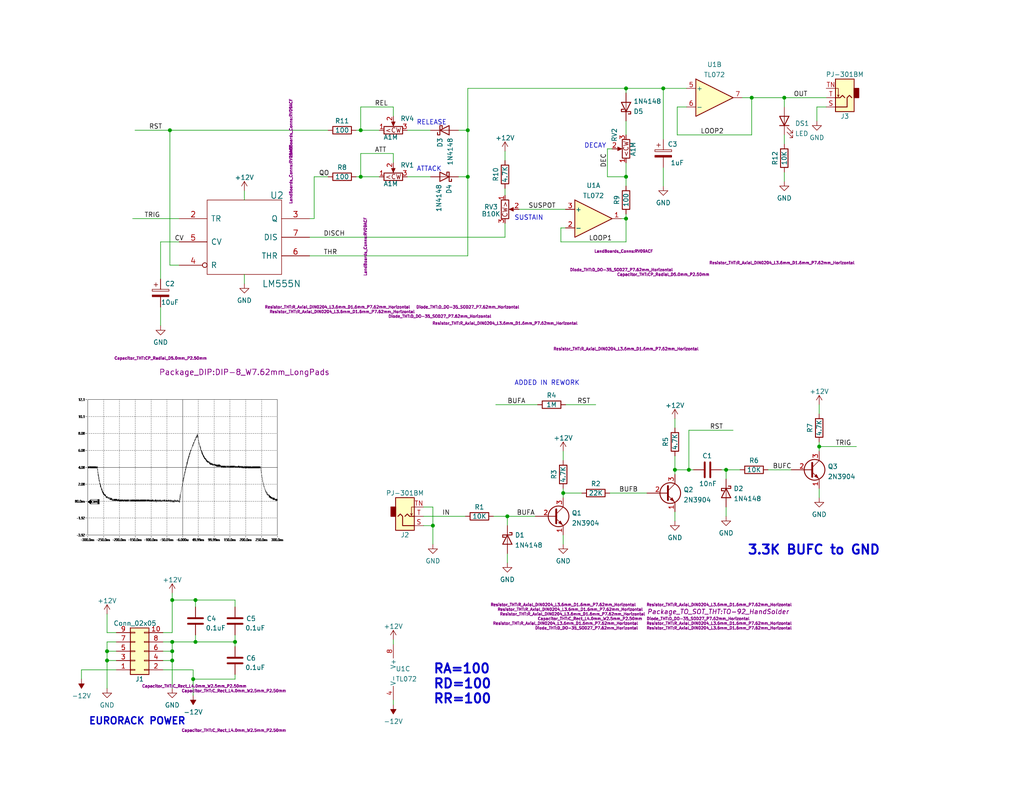
<source format=kicad_sch>
(kicad_sch (version 20211123) (generator eeschema)
  (paper "A")
  (title_block (title "ADSR GENERATOR") (date "2022-11-05") (rev "2") (comment 1 "The Fastest Envelope in the West") (comment 2 "https://www.schmitzbits.de/adsr.html"))
  (lib_symbols
    (symbol "Amplifier_Operational:TL072" (pin_names (offset 0.127))
      (property "Reference" "U" (at 0 5.08 0))
      (property "Value" "TL072" (at 0 -5.08 0))
      (symbol "TL072_1_1"
        (polyline (pts (xy -5.08 5.08) (xy 5.08 0) (xy -5.08 -5.08) (xy -5.08 5.08)) (stroke (width 0.254)) (fill (type background)))
        (pin output line (at 7.62 0 180) (length 2.54) (name "~") (number "1"))
        (pin input line (at -7.62 -2.54 0) (length 2.54) (name "-") (number "2"))
        (pin input line (at -7.62 2.54 0) (length 2.54) (name "+") (number "3"))
      )
      (symbol "TL072_2_1"
        (polyline (pts (xy -5.08 5.08) (xy 5.08 0) (xy -5.08 -5.08) (xy -5.08 5.08)) (stroke (width 0.254)) (fill (type background)))
        (pin input line (at -7.62 2.54 0) (length 2.54) (name "+") (number "5"))
        (pin input line (at -7.62 -2.54 0) (length 2.54) (name "-") (number "6"))
        (pin output line (at 7.62 0 180) (length 2.54) (name "~") (number "7"))
      )
      (symbol "TL072_3_1"
        (pin power_in line (at -2.54 -7.62 90) (length 3.81) (name "V-") (number "4"))
        (pin power_in line (at -2.54 7.62 270) (length 3.81) (name "V+") (number "8"))
      )
    )
    (symbol "Connector:AudioJack2_SwitchT"
      (property "Reference" "J" (at 0 8.89 0))
      (property "Value" "AudioJack2_SwitchT" (at 0 6.35 0))
      (symbol "AudioJack2_SwitchT_0_1"
        (rectangle (start -2.54 0) (end -3.81 -2.54) (stroke (width 0.254)) (fill (type outline)))
        (polyline (pts (xy 1.778 -0.254) (xy 2.032 -0.762)))
        (polyline (pts (xy 0 0) (xy 0.635 -0.635) (xy 1.27 0) (xy 2.54 0)) (stroke (width 0.254)))
        (polyline (pts (xy 2.54 -2.54) (xy 1.778 -2.54) (xy 1.778 -0.254) (xy 1.524 -0.762)))
        (polyline (pts (xy 2.54 2.54) (xy -0.635 2.54) (xy -0.635 0) (xy -1.27 -0.635) (xy -1.905 0)) (stroke (width 0.254)))
        (rectangle (start 2.54 3.81) (end -2.54 -5.08) (stroke (width 0.254)) (fill (type background)))
      )
      (symbol "AudioJack2_SwitchT_1_1"
        (pin passive line (at 5.08 2.54 180) (length 2.54) (name "~") (number "S"))
        (pin passive line (at 5.08 0 180) (length 2.54) (name "~") (number "T"))
        (pin passive line (at 5.08 -2.54 180) (length 2.54) (name "~") (number "TN"))
      )
    )
    (symbol "Connector_Generic:Conn_02x05_Odd_Even" (pin_names (offset 1.016) hide)
      (property "Reference" "J" (at 1.27 7.62 0))
      (property "Value" "Conn_02x05_Odd_Even" (at 1.27 -7.62 0))
      (symbol "Conn_02x05_Odd_Even_1_1"
        (rectangle (start -1.27 -4.953) (end 0 -5.207) (stroke (width 0.1524)))
        (rectangle (start -1.27 -2.413) (end 0 -2.667) (stroke (width 0.1524)))
        (rectangle (start -1.27 0.127) (end 0 -0.127) (stroke (width 0.1524)))
        (rectangle (start -1.27 2.667) (end 0 2.413) (stroke (width 0.1524)))
        (rectangle (start -1.27 5.207) (end 0 4.953) (stroke (width 0.1524)))
        (rectangle (start -1.27 6.35) (end 3.81 -6.35) (stroke (width 0.254)) (fill (type background)))
        (rectangle (start 3.81 -4.953) (end 2.54 -5.207) (stroke (width 0.1524)))
        (rectangle (start 3.81 -2.413) (end 2.54 -2.667) (stroke (width 0.1524)))
        (rectangle (start 3.81 0.127) (end 2.54 -0.127) (stroke (width 0.1524)))
        (rectangle (start 3.81 2.667) (end 2.54 2.413) (stroke (width 0.1524)))
        (rectangle (start 3.81 5.207) (end 2.54 4.953) (stroke (width 0.1524)))
        (pin passive line (at -5.08 5.08 0) (length 3.81) (name "Pin_1") (number "1"))
        (pin passive line (at 7.62 -5.08 180) (length 3.81) (name "Pin_10") (number "10"))
        (pin passive line (at 7.62 5.08 180) (length 3.81) (name "Pin_2") (number "2"))
        (pin passive line (at -5.08 2.54 0) (length 3.81) (name "Pin_3") (number "3"))
        (pin passive line (at 7.62 2.54 180) (length 3.81) (name "Pin_4") (number "4"))
        (pin passive line (at -5.08 0 0) (length 3.81) (name "Pin_5") (number "5"))
        (pin passive line (at 7.62 0 180) (length 3.81) (name "Pin_6") (number "6"))
        (pin passive line (at -5.08 -2.54 0) (length 3.81) (name "Pin_7") (number "7"))
        (pin passive line (at 7.62 -2.54 180) (length 3.81) (name "Pin_8") (number "8"))
        (pin passive line (at -5.08 -5.08 0) (length 3.81) (name "Pin_9") (number "9"))
      )
    )
    (symbol "Device:C" (pin_numbers hide) (pin_names (offset 0.254))
      (property "Reference" "C" (at 0.635 2.54 0))
      (property "Value" "C" (at 0.635 -2.54 0))
      (symbol "C_0_1"
        (polyline (pts (xy -2.032 -0.762) (xy 2.032 -0.762)) (stroke (width 0.508)))
        (polyline (pts (xy -2.032 0.762) (xy 2.032 0.762)) (stroke (width 0.508)))
      )
      (symbol "C_1_1"
        (pin passive line (at 0 3.81 270) (length 2.794) (name "~") (number "1"))
        (pin passive line (at 0 -3.81 90) (length 2.794) (name "~") (number "2"))
      )
    )
    (symbol "Device:C_Polarized" (pin_numbers hide) (pin_names (offset 0.254))
      (property "Reference" "C" (at 0.635 2.54 0))
      (property "Value" "C_Polarized" (at 0.635 -2.54 0))
      (symbol "C_Polarized_0_1"
        (rectangle (start -2.286 0.508) (end 2.286 1.016))
        (polyline (pts (xy -1.778 2.286) (xy -0.762 2.286)))
        (polyline (pts (xy -1.27 2.794) (xy -1.27 1.778)))
        (rectangle (start 2.286 -0.508) (end -2.286 -1.016) (fill (type outline)))
      )
      (symbol "C_Polarized_1_1"
        (pin passive line (at 0 3.81 270) (length 2.794) (name "~") (number "1"))
        (pin passive line (at 0 -3.81 90) (length 2.794) (name "~") (number "2"))
      )
    )
    (symbol "Device:D_Schottky" (pin_numbers hide) (pin_names (offset 1.016) hide)
      (property "Reference" "D" (at 0 2.54 0))
      (property "Value" "D_Schottky" (at 0 -2.54 0))
      (symbol "D_Schottky_0_1"
        (polyline (pts (xy 1.27 0) (xy -1.27 0)))
        (polyline (pts (xy 1.27 1.27) (xy 1.27 -1.27) (xy -1.27 0) (xy 1.27 1.27)) (stroke (width 0.254)))
        (polyline (pts (xy -1.905 0.635) (xy -1.905 1.27) (xy -1.27 1.27) (xy -1.27 -1.27) (xy -0.635 -1.27) (xy -0.635 -0.635)) (stroke (width 0.254)))
      )
      (symbol "D_Schottky_1_1"
        (pin passive line (at -3.81 0 0) (length 2.54) (name "K") (number "1"))
        (pin passive line (at 3.81 0 180) (length 2.54) (name "A") (number "2"))
      )
    )
    (symbol "Device:LED" (pin_numbers hide) (pin_names (offset 1.016) hide)
      (property "Reference" "D" (at 0 2.54 0))
      (property "Value" "LED" (at 0 -2.54 0))
      (symbol "LED_0_1"
        (polyline (pts (xy -1.27 -1.27) (xy -1.27 1.27)) (stroke (width 0.254)))
        (polyline (pts (xy -1.27 0) (xy 1.27 0)))
        (polyline (pts (xy 1.27 -1.27) (xy 1.27 1.27) (xy -1.27 0) (xy 1.27 -1.27)) (stroke (width 0.254)))
        (polyline (pts (xy -3.048 -0.762) (xy -4.572 -2.286) (xy -3.81 -2.286) (xy -4.572 -2.286) (xy -4.572 -1.524)))
        (polyline (pts (xy -1.778 -0.762) (xy -3.302 -2.286) (xy -2.54 -2.286) (xy -3.302 -2.286) (xy -3.302 -1.524)))
      )
      (symbol "LED_1_1"
        (pin passive line (at -3.81 0 0) (length 2.54) (name "K") (number "1"))
        (pin passive line (at 3.81 0 180) (length 2.54) (name "A") (number "2"))
      )
    )
    (symbol "Device:R" (pin_numbers hide) (pin_names (offset 0))
      (property "Reference" "R" (at 2.032 0 90))
      (property "Value" "R" (at 0 0 90))
      (symbol "R_0_1"
        (rectangle (start -1.016 -2.54) (end 1.016 2.54) (stroke (width 0.254)))
      )
      (symbol "R_1_1"
        (pin passive line (at 0 3.81 270) (length 1.27) (name "~") (number "1"))
        (pin passive line (at 0 -3.81 90) (length 1.27) (name "~") (number "2"))
      )
    )
    (symbol "LandBoards_Conns:R_Pot_CW" (pin_names (offset 1.016) hide)
      (property "Reference" "RV" (at -1.27 1.27 0))
      (property "Value" "R_Pot_CW" (at -1.27 -1.27 0))
      (symbol "R_Pot_CW_0_0"
        (text "CW>" (at 0 0 900) (effects (font (size 1.27 1.27))))
      )
      (symbol "R_Pot_CW_0_1"
        (polyline (pts (xy 2.54 0) (xy 1.524 0)))
        (polyline (pts (xy 1.143 0) (xy 2.286 0.508) (xy 2.286 -0.508) (xy 1.143 0)) (fill (type outline)))
        (rectangle (start 1.016 2.54) (end -1.016 -2.54) (stroke (width 0.254)))
      )
      (symbol "R_Pot_CW_1_1"
        (pin passive line (at 0 3.81 270) (length 1.27) (name "1") (number "1"))
        (pin passive line (at 3.81 0 180) (length 1.27) (name "2") (number "2"))
        (pin passive line (at 0 -3.81 90) (length 1.27) (name "3") (number "3"))
      )
    )
    (symbol "LandBoards_Conns:R_Pot_CW_PIN3UP" (pin_names (offset 1.016) hide)
      (property "Reference" "RV" (at -1.27 1.27 0))
      (property "Value" "R_Pot_CW_PIN3UP" (at -1.27 -1.27 0))
      (symbol "R_Pot_CW_PIN3UP_0_0"
        (text "<CW" (at 0 0 900) (effects (font (size 1.27 1.27))))
      )
      (symbol "R_Pot_CW_PIN3UP_0_1"
        (polyline (pts (xy 2.54 0) (xy 1.524 0)))
        (polyline (pts (xy 1.143 0) (xy 2.286 0.508) (xy 2.286 -0.508) (xy 1.143 0)) (fill (type outline)))
        (rectangle (start 1.016 2.54) (end -1.016 -2.54) (stroke (width 0.254)))
      )
      (symbol "R_Pot_CW_PIN3UP_1_1"
        (pin passive line (at 0 -3.81 90) (length 1.27) (name "1") (number "1"))
        (pin passive line (at 3.81 0 180) (length 1.27) (name "2") (number "2"))
        (pin passive line (at 0 3.81 270) (length 1.27) (name "3") (number "3"))
      )
    )
    (symbol "LandBoards_Semis:LM555N" (pin_names (offset 1.016))
      (property "Reference" "U" (at 0 2.54 0))
      (property "Value" "LM555N" (at 0 -2.54 0))
      (symbol "LM555N_0_0"
        (pin power_in line (at 0 -10.16 90) (length 0) hide (name "GND") (number "1"))
        (pin power_in line (at 0 10.16 270) (length 0) hide (name "VCC") (number "8"))
      )
      (symbol "LM555N_0_1"
        (rectangle (start -10.16 -10.16) (end 10.16 10.16))
      )
      (symbol "LM555N_1_1"
        (pin input line (at -17.78 5.08 0) (length 7.62) (name "TR") (number "2"))
        (pin output line (at 17.78 5.08 180) (length 7.62) (name "Q") (number "3"))
        (pin input inverted (at -17.78 -7.62 0) (length 7.62) (name "R") (number "4"))
        (pin input line (at -17.78 -1.27 0) (length 7.62) (name "CV") (number "5"))
        (pin input line (at 17.78 -5.08 180) (length 7.62) (name "THR") (number "6"))
        (pin input line (at 17.78 0 180) (length 7.62) (name "DIS") (number "7"))
      )
    )
    (symbol "Transistor_BJT:2N3904" (pin_names (offset 0) hide)
      (property "Reference" "Q" (at 5.08 1.905 0))
      (property "Value" "2N3904" (at 5.08 0 0))
      (symbol "2N3904_0_1"
        (polyline (pts (xy 0.635 0.635) (xy 2.54 2.54)))
        (polyline (pts (xy 0.635 -0.635) (xy 2.54 -2.54) (xy 2.54 -2.54)))
        (polyline (pts (xy 0.635 1.905) (xy 0.635 -1.905) (xy 0.635 -1.905)) (stroke (width 0.508)))
        (polyline (pts (xy 1.27 -1.778) (xy 1.778 -1.27) (xy 2.286 -2.286) (xy 1.27 -1.778) (xy 1.27 -1.778)) (fill (type outline)))
        (circle (center 1.27 0) (radius 2.8194) (stroke (width 0.254)))
      )
      (symbol "2N3904_1_1"
        (pin passive line (at 2.54 -5.08 90) (length 2.54) (name "E") (number "1"))
        (pin passive line (at -5.08 0 0) (length 5.715) (name "B") (number "2"))
        (pin passive line (at 2.54 5.08 270) (length 2.54) (name "C") (number "3"))
      )
    )
    (symbol "power:+12V" (power) (pin_names (offset 0))
      (property "Value" "+12V" (at 0 3.556 0))
      (symbol "+12V_0_1"
        (polyline (pts (xy -0.762 1.27) (xy 0 2.54)))
        (polyline (pts (xy 0 0) (xy 0 2.54)))
        (polyline (pts (xy 0 2.54) (xy 0.762 1.27)))
      )
      (symbol "+12V_1_1"
        (pin power_in line (at 0 0 90) (length 0) hide (name "+12V") (number "1"))
      )
    )
    (symbol "power:-12V" (power) (pin_names (offset 0))
      (property "Value" "-12V" (at 0 3.81 0))
      (symbol "-12V_0_0"
        (pin power_in line (at 0 0 90) (length 0) hide (name "-12V") (number "1"))
      )
      (symbol "-12V_0_1"
        (polyline (pts (xy 0 0) (xy 0 1.27) (xy 0.762 1.27) (xy 0 2.54) (xy -0.762 1.27) (xy 0 1.27)) (fill (type outline)))
      )
    )
    (symbol "power:GND" (power) (pin_names (offset 0))
      (property "Value" "GND" (at 0 -3.81 0))
      (symbol "GND_0_1"
        (polyline (pts (xy 0 0) (xy 0 -1.27) (xy 1.27 -1.27) (xy 0 -2.54) (xy -1.27 -1.27) (xy 0 -1.27)))
      )
      (symbol "GND_1_1"
        (pin power_in line (at 0 0 270) (length 0) hide (name "GND") (number "1"))
      )
    )
  )
  (junction (at 170.815 24.13))
  (junction (at 127.635 35.56))
  (junction (at 98.425 35.56))
  (junction (at 170.815 59.69))
  (junction (at 52.705 185.42))
  (junction (at 46.355 35.56))
  (junction (at 46.99 163.83))
  (junction (at 170.815 48.26))
  (junction (at 53.34 163.83))
  (junction (at 198.12 128.27))
  (junction (at 46.99 180.34))
  (junction (at 53.34 175.26))
  (junction (at 118.11 143.51))
  (junction (at 98.425 48.26))
  (junction (at 127.635 48.26))
  (junction (at 138.43 140.97))
  (junction (at 64.135 175.26))
  (junction (at 184.15 128.27))
  (junction (at 187.96 128.27))
  (junction (at 29.21 180.34))
  (junction (at 46.99 175.26))
  (junction (at 223.52 121.92))
  (junction (at 46.99 177.8))
  (junction (at 213.995 26.67))
  (junction (at 153.67 134.62))
  (junction (at 180.975 24.13))
  (junction (at 29.21 177.8))
  (junction (at 205.105 26.67))
  (wire (pts (xy 29.21 180.34) (xy 31.75 180.34)))
  (wire (pts (xy 46.99 172.72) (xy 46.99 163.83)))
  (wire (pts (xy 165.735 40.64) (xy 167.005 40.64)))
  (wire (pts (xy 52.705 185.42) (xy 52.705 189.865)))
  (wire (pts (xy 29.21 177.8) (xy 31.75 177.8)))
  (wire (pts (xy 98.425 35.56) (xy 98.425 29.21)))
  (wire (pts (xy 44.45 182.88) (xy 52.705 182.88)))
  (wire (pts (xy 29.21 175.26) (xy 29.21 177.8)))
  (wire (pts (xy 31.75 175.26) (xy 29.21 175.26)))
  (wire (pts (xy 125.095 35.56) (xy 127.635 35.56)))
  (wire (pts (xy 170.815 48.26) (xy 165.735 48.26)))
  (wire (pts (xy 53.34 163.83) (xy 64.135 163.83)))
  (wire (pts (xy 84.455 59.69) (xy 85.725 59.69)))
  (wire (pts (xy 225.425 29.21) (xy 222.885 29.21)))
  (wire (pts (xy 170.815 66.04) (xy 170.815 59.69)))
  (wire (pts (xy 66.675 52.07) (xy 66.675 54.61)))
  (wire (pts (xy 107.315 29.21) (xy 107.315 31.75)))
  (wire (pts (xy 64.135 175.26) (xy 64.135 173.355)))
  (wire (pts (xy 198.12 128.27) (xy 198.12 130.81)))
  (wire (pts (xy 154.305 62.23) (xy 153.035 62.23)))
  (wire (pts (xy 184.15 114.3) (xy 184.15 116.84)))
  (wire (pts (xy 137.795 41.275) (xy 137.795 43.815)))
  (wire (pts (xy 111.125 48.26) (xy 117.475 48.26)))
  (wire (pts (xy 127.635 35.56) (xy 127.635 48.26)))
  (wire (pts (xy 213.995 26.67) (xy 225.425 26.67)))
  (wire (pts (xy 127.635 48.26) (xy 125.095 48.26)))
  (wire (pts (xy 180.975 45.72) (xy 180.975 50.8)))
  (wire (pts (xy 223.52 110.49) (xy 223.52 113.03)))
  (wire (pts (xy 138.43 151.13) (xy 138.43 153.67)))
  (wire (pts (xy 170.815 24.13) (xy 127.635 24.13)))
  (wire (pts (xy 107.315 41.91) (xy 107.315 44.45)))
  (wire (pts (xy 46.99 175.26) (xy 53.34 175.26)))
  (wire (pts (xy 223.52 120.65) (xy 223.52 121.92)))
  (wire (pts (xy 153.67 134.62) (xy 158.75 134.62)))
  (wire (pts (xy 46.99 163.83) (xy 53.34 163.83)))
  (wire (pts (xy 46.99 177.8) (xy 46.99 180.34)))
  (wire (pts (xy 198.12 128.27) (xy 201.93 128.27)))
  (wire (pts (xy 36.195 59.69) (xy 48.895 59.69)))
  (wire (pts (xy 118.11 138.43) (xy 118.11 143.51)))
  (wire (pts (xy 223.52 121.92) (xy 223.52 123.19)))
  (wire (pts (xy 176.53 134.62) (xy 166.37 134.62)))
  (wire (pts (xy 43.815 76.2) (xy 43.815 66.04)))
  (wire (pts (xy 46.99 161.925) (xy 46.99 163.83)))
  (wire (pts (xy 64.135 175.26) (xy 64.135 176.53)))
  (wire (pts (xy 98.425 48.26) (xy 98.425 41.91)))
  (wire (pts (xy 98.425 35.56) (xy 103.505 35.56)))
  (wire (pts (xy 180.975 24.13) (xy 170.815 24.13)))
  (wire (pts (xy 98.425 29.21) (xy 107.315 29.21)))
  (wire (pts (xy 98.425 41.91) (xy 107.315 41.91)))
  (wire (pts (xy 134.62 140.97) (xy 138.43 140.97)))
  (wire (pts (xy 84.455 69.85) (xy 127.635 69.85)))
  (wire (pts (xy 187.325 29.21) (xy 184.785 29.21)))
  (wire (pts (xy 184.785 36.83) (xy 205.105 36.83)))
  (wire (pts (xy 85.725 59.69) (xy 85.725 48.26)))
  (wire (pts (xy 22.225 182.88) (xy 22.225 185.42)))
  (wire (pts (xy 153.67 134.62) (xy 153.67 135.89)))
  (wire (pts (xy 98.425 48.26) (xy 97.155 48.26)))
  (wire (pts (xy 31.75 182.88) (xy 22.225 182.88)))
  (wire (pts (xy 196.85 128.27) (xy 198.12 128.27)))
  (wire (pts (xy 127.635 48.26) (xy 127.635 69.85)))
  (wire (pts (xy 84.455 64.77) (xy 137.795 64.77)))
  (wire (pts (xy 184.785 29.21) (xy 184.785 36.83)))
  (wire (pts (xy 138.43 140.97) (xy 138.43 143.51)))
  (wire (pts (xy 198.12 138.43) (xy 198.12 140.97)))
  (wire (pts (xy 205.105 26.67) (xy 213.995 26.67)))
  (wire (pts (xy 205.105 36.83) (xy 205.105 26.67)))
  (wire (pts (xy 137.795 60.96) (xy 137.795 64.77)))
  (wire (pts (xy 187.96 128.27) (xy 189.23 128.27)))
  (wire (pts (xy 115.57 140.97) (xy 127 140.97)))
  (wire (pts (xy 154.305 57.15) (xy 141.605 57.15)))
  (wire (pts (xy 205.105 26.67) (xy 202.565 26.67)))
  (wire (pts (xy 98.425 35.56) (xy 97.155 35.56)))
  (wire (pts (xy 66.675 74.93) (xy 66.675 77.47)))
  (wire (pts (xy 184.15 124.46) (xy 184.15 128.27)))
  (wire (pts (xy 222.885 29.21) (xy 222.885 33.02)))
  (wire (pts (xy 46.99 180.34) (xy 46.99 187.96)))
  (wire (pts (xy 187.96 117.475) (xy 200.025 117.475)))
  (wire (pts (xy 29.21 177.8) (xy 29.21 180.34)))
  (wire (pts (xy 170.815 44.45) (xy 170.815 48.26)))
  (wire (pts (xy 170.815 48.26) (xy 170.815 50.8)))
  (wire (pts (xy 170.815 58.42) (xy 170.815 59.69)))
  (wire (pts (xy 153.035 62.23) (xy 153.035 66.04)))
  (wire (pts (xy 118.11 143.51) (xy 118.11 148.59)))
  (wire (pts (xy 153.67 123.19) (xy 153.67 125.73)))
  (wire (pts (xy 153.67 133.35) (xy 153.67 134.62)))
  (wire (pts (xy 52.705 182.88) (xy 52.705 185.42)))
  (wire (pts (xy 46.355 35.56) (xy 46.355 72.39)))
  (wire (pts (xy 36.83 35.56) (xy 46.355 35.56)))
  (wire (pts (xy 187.325 24.13) (xy 180.975 24.13)))
  (wire (pts (xy 154.305 110.49) (xy 162.56 110.49)))
  (wire (pts (xy 52.705 185.42) (xy 64.135 185.42)))
  (wire (pts (xy 138.43 140.97) (xy 146.05 140.97)))
  (wire (pts (xy 85.725 48.26) (xy 89.535 48.26)))
  (wire (pts (xy 29.21 180.34) (xy 29.21 187.96)))
  (wire (pts (xy 29.21 167.64) (xy 29.21 172.72)))
  (wire (pts (xy 118.11 143.51) (xy 115.57 143.51)))
  (wire (pts (xy 44.45 177.8) (xy 46.99 177.8)))
  (wire (pts (xy 137.795 51.435) (xy 137.795 53.34)))
  (wire (pts (xy 44.45 180.34) (xy 46.99 180.34)))
  (wire (pts (xy 115.57 138.43) (xy 118.11 138.43)))
  (wire (pts (xy 43.815 83.82) (xy 43.815 88.9)))
  (wire (pts (xy 180.975 24.13) (xy 180.975 38.1)))
  (wire (pts (xy 170.815 59.69) (xy 169.545 59.69)))
  (wire (pts (xy 64.135 163.83) (xy 64.135 165.735)))
  (wire (pts (xy 213.995 46.99) (xy 213.995 49.53)))
  (wire (pts (xy 135.255 110.49) (xy 146.685 110.49)))
  (wire (pts (xy 53.34 175.26) (xy 64.135 175.26)))
  (wire (pts (xy 184.15 128.27) (xy 187.96 128.27)))
  (wire (pts (xy 213.995 26.67) (xy 213.995 29.21)))
  (wire (pts (xy 165.735 48.26) (xy 165.735 40.64)))
  (wire (pts (xy 153.67 146.05) (xy 153.67 148.59)))
  (wire (pts (xy 31.75 172.72) (xy 29.21 172.72)))
  (wire (pts (xy 46.355 35.56) (xy 89.535 35.56)))
  (wire (pts (xy 213.995 39.37) (xy 213.995 36.83)))
  (wire (pts (xy 233.68 121.92) (xy 223.52 121.92)))
  (wire (pts (xy 44.45 172.72) (xy 46.99 172.72)))
  (wire (pts (xy 107.315 174.625) (xy 107.315 175.895)))
  (wire (pts (xy 170.815 24.13) (xy 170.815 25.4)))
  (wire (pts (xy 53.34 163.83) (xy 53.34 165.735)))
  (wire (pts (xy 111.125 35.56) (xy 117.475 35.56)))
  (wire (pts (xy 215.9 128.27) (xy 209.55 128.27)))
  (wire (pts (xy 107.315 191.135) (xy 107.315 192.405)))
  (wire (pts (xy 98.425 48.26) (xy 103.505 48.26)))
  (wire (pts (xy 46.355 72.39) (xy 48.895 72.39)))
  (wire (pts (xy 187.96 128.27) (xy 187.96 117.475)))
  (wire (pts (xy 170.815 33.02) (xy 170.815 36.83)))
  (wire (pts (xy 43.815 66.04) (xy 48.895 66.04)))
  (wire (pts (xy 53.34 173.355) (xy 53.34 175.26)))
  (wire (pts (xy 44.45 175.26) (xy 46.99 175.26)))
  (wire (pts (xy 223.52 133.35) (xy 223.52 135.89)))
  (wire (pts (xy 46.99 175.26) (xy 46.99 177.8)))
  (wire (pts (xy 184.15 139.7) (xy 184.15 142.24)))
  (wire (pts (xy 184.15 128.27) (xy 184.15 129.54)))
  (wire (pts (xy 64.135 184.15) (xy 64.135 185.42)))
  (wire (pts (xy 127.635 24.13) (xy 127.635 35.56)))
  (wire (pts (xy 153.035 66.04) (xy 170.815 66.04)))
  (image (at 47.625 129.54))
  (text "DECAY" (at 159.385 40.64 0) (effects (font (size 1.27 1.27)) (justify left bottom)))
  (text "EURORACK POWER" (at 24.13 198.12 0) (effects (font (size 1.905 1.905) (thickness 0.381) bold) (justify left bottom)))
  (text "RA=100\nRD=100\nRR=100" (at 118.11 192.405 0) (effects (font (size 2.54 2.54) (thickness 0.508) bold) (justify left bottom)))
  (text "3.3K BUFC to GND" (at 203.835 151.765 0) (effects (font (size 2.54 2.54) (thickness 0.508) bold) (justify left bottom)))
  (text "ATTACK" (at 113.665 46.99 0) (effects (font (size 1.27 1.27)) (justify left bottom)))
  (text "RELEASE" (at 113.665 34.29 0) (effects (font (size 1.27 1.27)) (justify left bottom)))
  (text "SUSTAIN" (at 140.335 60.325 0) (effects (font (size 1.27 1.27)) (justify left bottom)))
  (text "ADDED IN REWORK" (at 140.335 105.41 0) (effects (font (size 1.27 1.27)) (justify left bottom)))
  (label "BUFB" (at 168.91 134.62 0))
  (label "LOOP1" (at 160.655 66.04 0))
  (label "LOOP2" (at 191.135 36.83 0))
  (label "RST" (at 157.48 110.49 0))
  (label "BUFC" (at 210.82 128.27 0))
  (label "OUT" (at 216.535 26.67 0))
  (label "THR" (at 88.265 69.85 0))
  (label "BUFA" (at 138.43 110.49 0))
  (label "QO" (at 86.995 48.26 0))
  (label "CV" (at 47.625 66.04 0))
  (label "REL" (at 102.235 29.21 0))
  (label "TRIG" (at 39.37 59.69 0))
  (label "SUSPOT" (at 144.145 57.15 0))
  (label "TRIG" (at 227.965 121.92 0))
  (label "BUFA" (at 140.97 140.97 0))
  (label "RST" (at 40.64 35.56 0))
  (label "DISCH" (at 88.265 64.77 0))
  (label "DEC" (at 165.735 45.72 90))
  (label "IN" (at 120.65 140.97 0))
  (label "ATT" (at 102.235 41.91 0))
  (label "RST" (at 193.675 117.475 0))
  (symbol (lib_id "power:+12V") (at 153.67 123.19 0) (unit 1)
    (property "Reference" "#PWR0110" (effects hide))
    (property "Value" "+12V" (at 153.67 119.5855 0))
  )
  (symbol (lib_id "power:GND") (at 43.815 88.9 0) (unit 1)
    (property "Reference" "#PWR0115" (effects hide))
    (property "Value" "GND" (at 43.815 93.4625 0))
  )
  (symbol (lib_id "power:+12V") (at 223.52 110.49 0) (unit 1)
    (property "Reference" "#PWR0113" (effects hide))
    (property "Value" "+12V" (at 223.52 106.8855 0))
  )
  (symbol (lib_id "power:GND") (at 153.67 148.59 0) (unit 1)
    (property "Reference" "#PWR0111" (effects hide))
    (property "Value" "GND" (at 153.67 153.1525 0))
  )
  (symbol (lib_id "power:-12V") (at 22.225 185.42 180) (unit 1)
    (property "Reference" "#PWR0105" (effects hide))
    (property "Value" "-12V" (at 22.225 189.9825 0))
  )
  (symbol (lib_id "Device:LED") (at 213.995 33.02 90) (unit 1)
    (property "Reference" "DS1" (at 216.916 33.699 90) (effects (justify right)))
    (property "Value" "LED" (at 216.916 36.4741 90) (effects (justify right)))
    (property "Footprint" "LED_THT:LED_D5.0mm" (effects hide))
  )
  (symbol (lib_id "Device:R") (at 93.345 48.26 90) (unit 1)
    (property "Reference" "R8" (at 93.345 45.72 90))
    (property "Value" "100" (at 93.345 48.26 90))
    (property "Footprint" "Resistor_THT:R_Axial_DIN0204_L3.6mm_D1.6mm_P7.62mm_Horizontal" (at 93.345 85.09 90) (effects (font (size 0.762 0.762))))
  )
  (symbol (lib_id "Transistor_BJT:2N3904") (at 220.98 128.27 0) (unit 1)
    (property "Reference" "Q3" (at 225.8313 127.3615 0) (effects (justify left)))
    (property "Value" "2N3904" (at 225.8313 130.1366 0) (effects (justify left)))
    (property "Footprint" "Package_TO_SOT_THT:TO-92_HandSolder" (effects hide))
    (property "Datasheet" "https://www.onsemi.com/pub/Collateral/2N3903-D.PDF" (effects hide))
  )
  (symbol (lib_id "power:GND") (at 180.975 50.8 0) (unit 1)
    (property "Reference" "#PWR0117" (effects hide))
    (property "Value" "GND" (at 180.975 55.3625 0))
  )
  (symbol (lib_id "Transistor_BJT:2N3904") (at 151.13 140.97 0) (unit 1)
    (property "Reference" "Q1" (at 155.9813 140.0615 0) (effects (justify left)))
    (property "Value" "2N3904" (at 155.9813 142.8366 0) (effects (justify left)))
    (property "Footprint" "Package_TO_SOT_THT:TO-92_HandSolder" (at 176.53 167.005 0) (effects (font italic) (justify left)))
    (property "Datasheet" "https://www.onsemi.com/pub/Collateral/2N3903-D.PDF" (effects hide))
  )
  (symbol (lib_id "Device:R") (at 93.345 35.56 90) (unit 1)
    (property "Reference" "R11" (at 93.345 33.02 90))
    (property "Value" "100" (at 93.345 35.56 90))
    (property "Footprint" "Resistor_THT:R_Axial_DIN0204_L3.6mm_D1.6mm_P7.62mm_Horizontal" (at 92.075 83.82 90) (effects (font (size 0.762 0.762))))
  )
  (symbol (lib_id "Device:R") (at 205.74 128.27 90) (unit 1)
    (property "Reference" "R6" (at 205.74 125.73 90))
    (property "Value" "10K" (at 205.74 128.27 90))
    (property "Footprint" "Resistor_THT:R_Axial_DIN0204_L3.6mm_D1.6mm_P7.62mm_Horizontal" (at 155.575 166.37 90) (effects (font (size 0.762 0.762))))
  )
  (symbol (lib_id "power:+12V") (at 29.21 167.64 0) (unit 1)
    (property "Reference" "#PWR0101" (effects hide))
    (property "Value" "+12V" (at 29.21 164.0355 0))
  )
  (symbol (lib_id "Device:D_Schottky") (at 138.43 147.32 270) (unit 1)
    (property "Reference" "D1" (at 140.462 146.094 90) (effects (justify left)))
    (property "Value" "1N4148" (at 140.462 148.8691 90) (effects (justify left)))
    (property "Footprint" "Diode_THT:D_DO-35_SOD27_P7.62mm_Horizontal" (at 160.02 171.45 90) (effects (font (size 0.762 0.762))))
  )
  (symbol (lib_id "power:+12V") (at 46.99 161.925 0) (unit 1)
    (property "Reference" "#PWR0106" (effects hide))
    (property "Value" "+12V" (at 46.99 158.3205 0))
  )
  (symbol (lib_id "Amplifier_Operational:TL072") (at 109.855 183.515 0) (unit 3)
    (property "Reference" "U1" (at 107.95 182.6065 0) (effects (justify left)))
    (property "Value" "TL072" (at 107.95 185.3816 0) (effects (justify left)))
    (property "Footprint" "Package_DIP:DIP-8_W7.62mm" (effects hide))
    (property "Datasheet" "https://store.synthrotek.com/TL072P-Op-Amp_p_418.html" (effects hide))
  )
  (symbol (lib_id "Device:R") (at 223.52 116.84 180) (unit 1)
    (property "Reference" "R7" (at 220.98 116.84 90))
    (property "Value" "4.7K" (at 223.52 116.84 90))
    (property "Footprint" "Resistor_THT:R_Axial_DIN0204_L3.6mm_D1.6mm_P7.62mm_Horizontal" (at 154.305 170.18 0) (effects (font (size 0.762 0.762))))
  )
  (symbol (lib_id "LandBoards_Conns:R_Pot_CW_PIN3UP") (at 170.815 40.64 0) (mirror y) (unit 1)
    (property "Reference" "RV2" (at 167.64 34.925 90) (effects (justify right)))
    (property "Value" "A1M" (at 172.72 38.735 90) (effects (justify right)))
    (property "Footprint" "LandBoards_Conns:RV09ACF" (at 170.18 68.58 0) (effects (font (size 0.762 0.762))))
  )
  (symbol (lib_id "power:GND") (at 118.11 148.59 0) (unit 1)
    (property "Reference" "#PWR0107" (effects hide))
    (property "Value" "GND" (at 118.11 153.1525 0))
  )
  (symbol (lib_id "Device:C_Polarized") (at 180.975 41.91 0) (unit 1)
    (property "Reference" "C3" (at 183.515 39.37 0))
    (property "Value" "1uF" (at 184.785 44.45 0))
    (property "Footprint" "Capacitor_THT:CP_Radial_D5.0mm_P2.50mm" (at 180.975 74.93 0) (effects (font (size 0.762 0.762))))
  )
  (symbol (lib_id "power:+12V") (at 137.795 41.275 0) (unit 1)
    (property "Reference" "#PWR0122" (effects hide))
    (property "Value" "+12V" (at 137.795 37.6705 0))
  )
  (symbol (lib_id "power:+12V") (at 66.675 52.07 0) (unit 1)
    (property "Reference" "#PWR0121" (effects hide))
    (property "Value" "+12V" (at 66.675 48.4655 0))
  )
  (symbol (lib_id "Device:C") (at 64.135 180.34 180) (unit 1)
    (property "Reference" "C6" (at 69.85 179.705 0) (effects (justify left)))
    (property "Value" "0.1uF" (at 72.39 182.245 0) (effects (justify left)))
    (property "Footprint" "Capacitor_THT:C_Rect_L4.0mm_W2.5mm_P2.50mm" (at 78.105 199.39 0) (effects (font (size 0.762 0.762)) (justify left)))
  )
  (symbol (lib_id "Device:R") (at 184.15 120.65 180) (unit 1)
    (property "Reference" "R5" (at 181.61 120.65 90))
    (property "Value" "4.7K" (at 184.15 120.65 90))
    (property "Footprint" "Resistor_THT:R_Axial_DIN0204_L3.6mm_D1.6mm_P7.62mm_Horizontal" (at 196.215 171.45 0) (effects (font (size 0.762 0.762))))
  )
  (symbol (lib_id "Device:R") (at 170.815 54.61 180) (unit 1)
    (property "Reference" "R9" (at 168.275 54.61 90))
    (property "Value" "100" (at 170.815 54.61 90))
    (property "Footprint" "Resistor_THT:R_Axial_DIN0204_L3.6mm_D1.6mm_P7.62mm_Horizontal" (at 170.815 95.25 0) (effects (font (size 0.762 0.762))))
  )
  (symbol (lib_id "power:GND") (at 222.885 33.02 0) (unit 1)
    (property "Reference" "#PWR0118" (effects hide))
    (property "Value" "GND" (at 222.885 37.5825 0))
  )
  (symbol (lib_id "Device:D_Schottky") (at 121.285 48.26 180) (unit 1)
    (property "Reference" "D4" (at 122.511 50.292 90) (effects (justify left)))
    (property "Value" "1N4148" (at 119.7359 50.292 90) (effects (justify left)))
    (property "Footprint" "Diode_THT:D_DO-35_SOD27_P7.62mm_Horizontal" (at 120.015 86.36 0) (effects (font (size 0.762 0.762))))
  )
  (symbol (lib_id "power:GND") (at 223.52 135.89 0) (unit 1)
    (property "Reference" "#PWR0116" (effects hide))
    (property "Value" "GND" (at 223.52 140.4525 0))
  )
  (symbol (lib_id "power:GND") (at 138.43 153.67 0) (unit 1)
    (property "Reference" "#PWR0108" (effects hide))
    (property "Value" "GND" (at 138.43 158.2325 0))
  )
  (symbol (lib_id "Device:C") (at 193.04 128.27 90) (unit 1)
    (property "Reference" "C1" (at 194.31 124.46 90) (effects (justify left)))
    (property "Value" "10nF" (at 195.58 132.08 90) (effects (justify left)))
    (property "Footprint" "Capacitor_THT:C_Rect_L4.0mm_W2.5mm_P2.50mm" (at 175.26 168.91 90) (effects (font (size 0.762 0.762)) (justify left)))
  )
  (symbol (lib_id "Device:D_Schottky") (at 121.285 35.56 0) (mirror x) (unit 1)
    (property "Reference" "D3" (at 120.059 37.592 90) (effects (justify left)))
    (property "Value" "1N4148" (at 122.8341 37.592 90) (effects (justify left)))
    (property "Footprint" "Diode_THT:D_DO-35_SOD27_P7.62mm_Horizontal" (at 127.635 83.82 0) (effects (font (size 0.762 0.762))))
  )
  (symbol (lib_id "Device:R") (at 162.56 134.62 90) (unit 1)
    (property "Reference" "R2" (at 162.56 132.08 90))
    (property "Value" "22K" (at 162.56 134.62 90))
    (property "Footprint" "Resistor_THT:R_Axial_DIN0204_L3.6mm_D1.6mm_P7.62mm_Horizontal" (at 156.21 167.64 90) (effects (font (size 0.762 0.762))))
  )
  (symbol (lib_id "LandBoards_Semis:LM555N") (at 66.675 64.77 0) (unit 1)
    (property "Reference" "U2" (at 75.565 53.34 0) (effects (font (size 1.778 1.778))))
    (property "Value" "LM555N" (at 76.835 77.47 0) (effects (font (size 1.778 1.778))))
    (property "Footprint" "Package_DIP:DIP-8_W7.62mm_LongPads" (at 66.675 101.6 0) (effects (font (size 1.524 1.524))))
  )
  (symbol (lib_id "Transistor_BJT:2N3904") (at 181.61 134.62 0) (unit 1)
    (property "Reference" "Q2" (at 186.4613 133.7115 0) (effects (justify left)))
    (property "Value" "2N3904" (at 186.4613 136.4866 0) (effects (justify left)))
    (property "Footprint" "Package_TO_SOT_THT:TO-92_HandSolder" (effects hide))
    (property "Datasheet" "https://www.onsemi.com/pub/Collateral/2N3903-D.PDF" (effects hide))
  )
  (symbol (lib_id "Device:R") (at 150.495 110.49 90) (unit 1)
    (property "Reference" "R4" (at 150.495 107.95 90))
    (property "Value" "1M" (at 150.495 110.49 90))
    (property "Footprint" "Resistor_THT:R_Axial_DIN0204_L3.6mm_D1.6mm_P7.62mm_Horizontal" (at 196.215 165.1 90) (effects (font (size 0.762 0.762))))
  )
  (symbol (lib_id "Amplifier_Operational:TL072") (at 161.925 59.69 0) (unit 1)
    (property "Reference" "U1" (at 161.925 50.6435 0))
    (property "Value" "TL072" (at 161.925 53.4186 0))
    (property "Footprint" "Package_DIP:DIP-8_W7.62mm" (effects hide))
    (property "Datasheet" "https://store.synthrotek.com/TL072P-Op-Amp_p_418.html" (effects hide))
  )
  (symbol (lib_id "power:GND") (at 46.99 187.96 0) (unit 1)
    (property "Reference" "#PWR0103" (effects hide))
    (property "Value" "GND" (at 46.99 192.5225 0))
  )
  (symbol (lib_id "Connector:AudioJack2_SwitchT") (at 230.505 26.67 180) (unit 1)
    (property "Reference" "J3" (at 230.505 31.75 0))
    (property "Value" "PJ-301BM" (at 230.505 20.32 0))
    (property "Footprint" "AudioJacks:Jack_3.5mm_QingPu_WQP-PJ301BM_Vertical" (effects hide))
    (property "Datasheet" "https://www.taydaelectronics.com/pj-301bm-3-5-mm-mono-phone-jack.html" (effects hide))
  )
  (symbol (lib_id "Device:C") (at 53.34 169.545 180) (unit 1)
    (property "Reference" "C4" (at 59.055 168.91 0) (effects (justify left)))
    (property "Value" "0.1uF" (at 61.595 171.45 0) (effects (justify left)))
    (property "Footprint" "Capacitor_THT:C_Rect_L4.0mm_W2.5mm_P2.50mm" (at 67.31 187.325 0) (effects (font (size 0.762 0.762)) (justify left)))
  )
  (symbol (lib_id "power:-12V") (at 107.315 192.405 180) (unit 1)
    (property "Reference" "#PWR0124" (effects hide))
    (property "Value" "-12V" (at 107.315 196.9675 0))
  )
  (symbol (lib_id "Device:R") (at 137.795 47.625 180) (unit 1)
    (property "Reference" "R10" (at 135.255 47.625 90))
    (property "Value" "4.7K" (at 137.795 47.625 90))
    (property "Footprint" "Resistor_THT:R_Axial_DIN0204_L3.6mm_D1.6mm_P7.62mm_Horizontal" (at 137.795 88.265 0) (effects (font (size 0.762 0.762))))
  )
  (symbol (lib_id "power:GND") (at 66.675 77.47 0) (unit 1)
    (property "Reference" "#PWR0120" (effects hide))
    (property "Value" "GND" (at 66.675 82.0325 0))
  )
  (symbol (lib_id "Device:R") (at 130.81 140.97 90) (unit 1)
    (property "Reference" "R1" (at 130.81 138.43 90))
    (property "Value" "10K" (at 130.81 140.97 90))
    (property "Footprint" "Resistor_THT:R_Axial_DIN0204_L3.6mm_D1.6mm_P7.62mm_Horizontal" (at 196.215 170.18 90) (effects (font (size 0.762 0.762))))
  )
  (symbol (lib_id "Device:D_Schottky") (at 170.815 29.21 270) (mirror x) (unit 1)
    (property "Reference" "D5" (at 172.847 30.436 90) (effects (justify left)))
    (property "Value" "1N4148" (at 172.847 27.6609 90) (effects (justify left)))
    (property "Footprint" "Diode_THT:D_DO-35_SOD27_P7.62mm_Horizontal" (at 169.545 73.66 90) (effects (font (size 0.762 0.762))))
  )
  (symbol (lib_id "Device:C") (at 64.135 169.545 180) (unit 1)
    (property "Reference" "C5" (at 69.85 168.91 0) (effects (justify left)))
    (property "Value" "0.1uF" (at 72.39 171.45 0) (effects (justify left)))
    (property "Footprint" "Capacitor_THT:C_Rect_L4.0mm_W2.5mm_P2.50mm" (at 78.105 188.595 0) (effects (font (size 0.762 0.762)) (justify left)))
  )
  (symbol (lib_id "power:GND") (at 198.12 140.97 0) (unit 1)
    (property "Reference" "#PWR0114" (effects hide))
    (property "Value" "GND" (at 198.12 145.5325 0))
  )
  (symbol (lib_id "Device:C_Polarized") (at 43.815 80.01 0) (unit 1)
    (property "Reference" "C2" (at 46.355 77.47 0))
    (property "Value" "10uF" (at 46.355 82.55 0))
    (property "Footprint" "Capacitor_THT:CP_Radial_D5.0mm_P2.50mm" (at 43.815 97.79 0) (effects (font (size 0.762 0.762))))
  )
  (symbol (lib_id "power:+12V") (at 107.315 174.625 0) (unit 1)
    (property "Reference" "#PWR0123" (effects hide))
    (property "Value" "+12V" (at 107.315 171.0205 0))
  )
  (symbol (lib_id "Device:R") (at 153.67 129.54 180) (unit 1)
    (property "Reference" "R3" (at 151.13 129.54 90))
    (property "Value" "4.7K" (at 153.67 129.54 90))
    (property "Footprint" "Resistor_THT:R_Axial_DIN0204_L3.6mm_D1.6mm_P7.62mm_Horizontal" (at 153.67 165.1 0) (effects (font (size 0.762 0.762))))
  )
  (symbol (lib_id "LandBoards_Conns:R_Pot_CW_PIN3UP") (at 107.315 35.56 270) (mirror x) (unit 1)
    (property "Reference" "RV4" (at 113.03 32.385 90) (effects (justify right)))
    (property "Value" "A1M" (at 108.585 37.465 90) (effects (justify right)))
    (property "Footprint" "LandBoards_Conns:RV09ACF" (at 79.375 34.925 0) (effects (font (size 0.762 0.762))))
  )
  (symbol (lib_id "LandBoards_Conns:R_Pot_CW_PIN3UP") (at 107.315 48.26 270) (mirror x) (unit 1)
    (property "Reference" "RV1" (at 113.03 45.085 90) (effects (justify right)))
    (property "Value" "A1M" (at 108.585 50.165 90) (effects (justify right)))
    (property "Footprint" "LandBoards_Conns:RV09ACF" (at 79.375 47.625 0) (effects (font (size 0.762 0.762))))
  )
  (symbol (lib_id "LandBoards_Conns:R_Pot_CW") (at 137.795 57.15 0) (unit 1)
    (property "Reference" "RV3" (at 133.985 56.515 0))
    (property "Value" "B10K" (at 133.985 58.42 0))
    (property "Footprint" "LandBoards_Conns:RV09ACF" (at 99.695 67.31 90) (effects (font (size 0.762 0.762))))
  )
  (symbol (lib_id "power:GND") (at 184.15 142.24 0) (unit 1)
    (property "Reference" "#PWR0112" (effects hide))
    (property "Value" "GND" (at 184.15 146.8025 0))
  )
  (symbol (lib_id "power:GND") (at 29.21 187.96 0) (unit 1)
    (property "Reference" "#PWR0104" (effects hide))
    (property "Value" "GND" (at 29.21 192.5225 0))
  )
  (symbol (lib_id "Connector_Generic:Conn_02x05_Odd_Even") (at 36.83 177.8 0) (mirror x) (unit 1)
    (property "Reference" "J1" (at 38.1 185.42 0))
    (property "Value" "Conn_02x05" (at 36.83 170.18 0))
    (property "Footprint" "Connector_IDC:IDC-Header_2x05_P2.54mm_Vertical" (effects hide))
    (property "Datasheet" "https://store.synthrotek.com/10-Pin_Keyed_Shrouded_Eurorack_Power_Header" (effects hide))
  )
  (symbol (lib_id "Amplifier_Operational:TL072") (at 194.945 26.67 0) (unit 2)
    (property "Reference" "U1" (at 194.945 17.6235 0))
    (property "Value" "TL072" (at 194.945 20.3986 0))
    (property "Footprint" "Package_DIP:DIP-8_W7.62mm" (effects hide))
    (property "Datasheet" "https://store.synthrotek.com/TL072P-Op-Amp_p_418.html" (effects hide))
  )
  (symbol (lib_id "power:GND") (at 213.995 49.53 0) (unit 1)
    (property "Reference" "#PWR0119" (effects hide))
    (property "Value" "GND" (at 213.995 54.0925 0))
  )
  (symbol (lib_id "power:+12V") (at 184.15 114.3 0) (unit 1)
    (property "Reference" "#PWR0109" (effects hide))
    (property "Value" "+12V" (at 184.15 110.6955 0))
  )
  (symbol (lib_id "Connector:AudioJack2_SwitchT") (at 110.49 140.97 0) (mirror x) (unit 1)
    (property "Reference" "J2" (at 110.49 146.05 0))
    (property "Value" "PJ-301BM" (at 110.49 134.62 0))
    (property "Footprint" "AudioJacks:Jack_3.5mm_QingPu_WQP-PJ301BM_Vertical" (effects hide))
    (property "Datasheet" "https://www.taydaelectronics.com/pj-301bm-3-5-mm-mono-phone-jack.html" (effects hide))
  )
  (symbol (lib_id "Device:R") (at 213.995 43.18 180) (unit 1)
    (property "Reference" "R12" (at 211.455 43.18 90))
    (property "Value" "10K" (at 213.995 43.18 90))
    (property "Footprint" "Resistor_THT:R_Axial_DIN0204_L3.6mm_D1.6mm_P7.62mm_Horizontal" (at 213.36 71.755 0) (effects (font (size 0.762 0.762))))
    (property "Datasheet" "https://www.mouser.com/ProductDetail/Xicon/299-2.2K-RC?qs=QaPBMFBEHz3RDbXknTj%252ByA%3D%3D" (effects hide))
  )
  (symbol (lib_id "power:-12V") (at 52.705 189.865 180) (unit 1)
    (property "Reference" "#PWR0102" (effects hide))
    (property "Value" "-12V" (at 52.705 194.4275 0))
  )
  (symbol (lib_id "Device:D_Schottky") (at 198.12 134.62 270) (unit 1)
    (property "Reference" "D2" (at 200.152 133.394 90) (effects (justify left)))
    (property "Value" "1N4148" (at 200.152 136.1691 90) (effects (justify left)))
    (property "Footprint" "Diode_THT:D_DO-35_SOD27_P7.62mm_Horizontal" (at 190.5 168.91 90) (effects (font (size 0.762 0.762))))
  )
)
</source>
